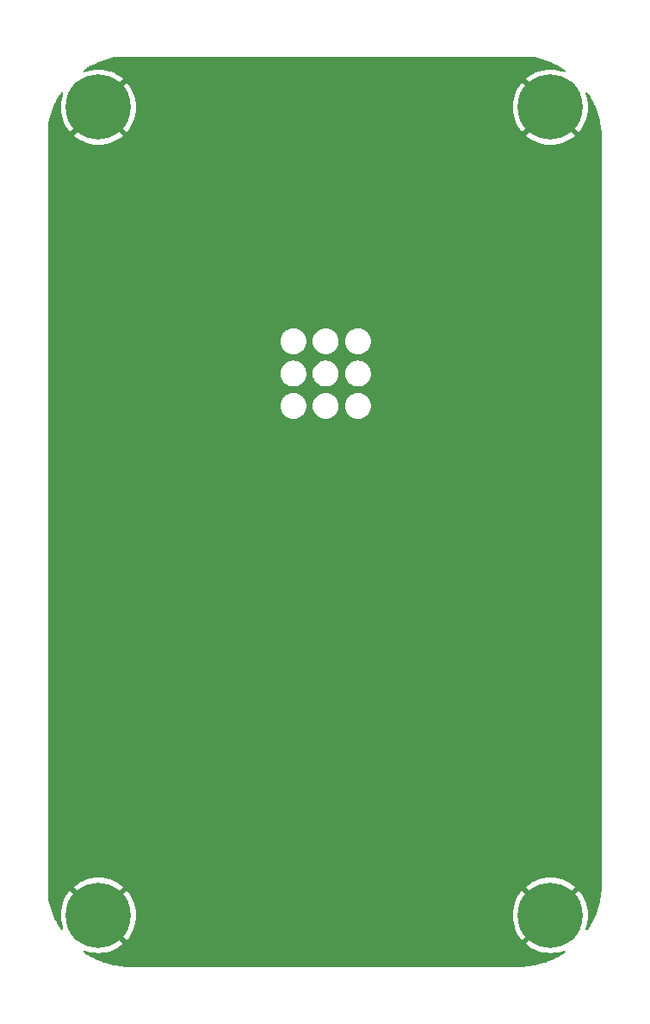
<source format=gbr>
G04 #@! TF.GenerationSoftware,KiCad,Pcbnew,7.0.5-unknown-202306101748~6fbdf8f0e2~ubuntu22.04.1*
G04 #@! TF.CreationDate,2023-07-16T12:43:12+01:00*
G04 #@! TF.ProjectId,back_panel,6261636b-5f70-4616-9e65-6c2e6b696361,rev?*
G04 #@! TF.SameCoordinates,Original*
G04 #@! TF.FileFunction,Copper,L2,Bot*
G04 #@! TF.FilePolarity,Positive*
%FSLAX46Y46*%
G04 Gerber Fmt 4.6, Leading zero omitted, Abs format (unit mm)*
G04 Created by KiCad (PCBNEW 7.0.5-unknown-202306101748~6fbdf8f0e2~ubuntu22.04.1) date 2023-07-16 12:43:12*
%MOMM*%
%LPD*%
G01*
G04 APERTURE LIST*
G04 #@! TA.AperFunction,ComponentPad*
%ADD10C,6.400000*%
G04 #@! TD*
G04 APERTURE END LIST*
D10*
X129417834Y-133227834D03*
X129417834Y-53852834D03*
X173867834Y-133227834D03*
X173867834Y-53852834D03*
G04 #@! TA.AperFunction,Conductor*
G36*
X172089918Y-48896801D02*
G01*
X172328282Y-48937900D01*
X172331794Y-48938613D01*
X172371015Y-48947758D01*
X172616691Y-49005042D01*
X172865122Y-49065584D01*
X172868384Y-49066475D01*
X173146254Y-49150766D01*
X173392211Y-49228830D01*
X173395227Y-49229876D01*
X173665758Y-49331697D01*
X173802774Y-49385729D01*
X173907152Y-49426891D01*
X173909982Y-49428089D01*
X174172465Y-49547018D01*
X174407754Y-49658918D01*
X174410333Y-49660220D01*
X174663930Y-49795770D01*
X174892853Y-49924487D01*
X175137921Y-50076880D01*
X175276299Y-50167642D01*
X175321558Y-50220868D01*
X175330857Y-50290116D01*
X175301242Y-50353399D01*
X175242114Y-50390624D01*
X175172248Y-50389974D01*
X175163851Y-50387091D01*
X175012770Y-50329096D01*
X174638164Y-50228721D01*
X174638157Y-50228720D01*
X174255121Y-50168053D01*
X173867835Y-50147756D01*
X173867833Y-50147756D01*
X173480546Y-50168053D01*
X173097510Y-50228720D01*
X173097503Y-50228721D01*
X172722897Y-50329096D01*
X172360839Y-50468078D01*
X172015290Y-50644144D01*
X171690040Y-50855365D01*
X171432482Y-51063929D01*
X171432482Y-51063930D01*
X172923653Y-52555100D01*
X172732964Y-52717964D01*
X172570101Y-52908652D01*
X171078930Y-51417482D01*
X171078929Y-51417482D01*
X170870365Y-51675040D01*
X170659144Y-52000290D01*
X170483078Y-52345839D01*
X170344096Y-52707897D01*
X170243721Y-53082503D01*
X170243720Y-53082510D01*
X170183053Y-53465546D01*
X170162756Y-53852833D01*
X170162756Y-53852834D01*
X170183053Y-54240121D01*
X170243720Y-54623157D01*
X170243721Y-54623164D01*
X170344096Y-54997770D01*
X170483078Y-55359828D01*
X170659144Y-55705377D01*
X170870365Y-56030627D01*
X171078929Y-56288184D01*
X171078930Y-56288184D01*
X172570100Y-54797014D01*
X172732964Y-54987704D01*
X172923653Y-55150567D01*
X171432482Y-56641737D01*
X171432483Y-56641738D01*
X171690040Y-56850302D01*
X172015290Y-57061523D01*
X172360839Y-57237589D01*
X172722897Y-57376571D01*
X173097503Y-57476946D01*
X173097510Y-57476947D01*
X173480546Y-57537614D01*
X173867833Y-57557912D01*
X173867835Y-57557912D01*
X174255121Y-57537614D01*
X174638157Y-57476947D01*
X174638164Y-57476946D01*
X175012770Y-57376571D01*
X175374828Y-57237589D01*
X175720377Y-57061523D01*
X176045617Y-56850310D01*
X176045619Y-56850309D01*
X176303183Y-56641736D01*
X174812014Y-55150567D01*
X175002704Y-54987704D01*
X175165567Y-54797014D01*
X176656736Y-56288183D01*
X176865309Y-56030619D01*
X176865310Y-56030617D01*
X177076523Y-55705377D01*
X177252589Y-55359828D01*
X177391571Y-54997770D01*
X177491946Y-54623164D01*
X177491947Y-54623157D01*
X177552614Y-54240121D01*
X177572912Y-53852834D01*
X177572912Y-53852833D01*
X177552614Y-53465546D01*
X177491947Y-53082510D01*
X177491946Y-53082503D01*
X177391571Y-52707897D01*
X177333562Y-52556779D01*
X177327914Y-52487138D01*
X177360814Y-52425499D01*
X177421815Y-52391431D01*
X177491551Y-52395752D01*
X177547881Y-52437089D01*
X177553009Y-52444327D01*
X177575439Y-52478524D01*
X177643807Y-52582760D01*
X177796197Y-52827820D01*
X177924898Y-53056712D01*
X178060478Y-53310362D01*
X178061780Y-53312942D01*
X178150400Y-53499281D01*
X178173661Y-53548191D01*
X178292593Y-53810678D01*
X178293797Y-53813521D01*
X178389001Y-54054939D01*
X178490795Y-54325395D01*
X178491864Y-54328479D01*
X178569927Y-54574428D01*
X178654208Y-54852258D01*
X178655115Y-54855577D01*
X178715640Y-55103939D01*
X178782083Y-55388891D01*
X178782802Y-55392436D01*
X178825509Y-55640122D01*
X178873843Y-55932865D01*
X178874346Y-55936624D01*
X178899037Y-56176778D01*
X178929079Y-56481787D01*
X178929341Y-56485752D01*
X178936155Y-56685468D01*
X178947334Y-57026888D01*
X178947334Y-130052834D01*
X178935842Y-130403811D01*
X178929312Y-130594904D01*
X178929049Y-130598865D01*
X178899011Y-130903858D01*
X178874318Y-131144042D01*
X178873815Y-131147802D01*
X178825489Y-131440503D01*
X178782775Y-131688233D01*
X178782056Y-131691777D01*
X178715625Y-131976690D01*
X178655094Y-132225076D01*
X178654187Y-132228395D01*
X178569904Y-132506240D01*
X178491845Y-132752178D01*
X178490776Y-132755262D01*
X178388976Y-133025738D01*
X178293776Y-133267146D01*
X178292572Y-133269989D01*
X178173646Y-133532464D01*
X178061766Y-133767711D01*
X178060455Y-133770309D01*
X177966265Y-133946528D01*
X177924877Y-134023961D01*
X177924868Y-134023977D01*
X177796193Y-134252823D01*
X177643765Y-134497945D01*
X177553036Y-134636273D01*
X177499808Y-134681534D01*
X177430560Y-134690833D01*
X177367277Y-134661218D01*
X177330052Y-134602090D01*
X177330702Y-134532224D01*
X177333585Y-134523827D01*
X177391571Y-134372770D01*
X177491946Y-133998164D01*
X177491947Y-133998157D01*
X177552614Y-133615121D01*
X177572912Y-133227834D01*
X177572912Y-133227833D01*
X177552614Y-132840546D01*
X177491947Y-132457510D01*
X177491946Y-132457503D01*
X177391571Y-132082897D01*
X177252589Y-131720839D01*
X177076523Y-131375290D01*
X176865302Y-131050040D01*
X176656738Y-130792483D01*
X176656737Y-130792482D01*
X175165567Y-132283652D01*
X175002704Y-132092964D01*
X174812014Y-131930100D01*
X176303184Y-130438930D01*
X176303184Y-130438929D01*
X176045627Y-130230365D01*
X175720377Y-130019144D01*
X175374828Y-129843078D01*
X175012770Y-129704096D01*
X174638164Y-129603721D01*
X174638157Y-129603720D01*
X174255121Y-129543053D01*
X173867835Y-129522756D01*
X173867833Y-129522756D01*
X173480546Y-129543053D01*
X173097510Y-129603720D01*
X173097503Y-129603721D01*
X172722897Y-129704096D01*
X172360839Y-129843078D01*
X172015290Y-130019144D01*
X171690040Y-130230365D01*
X171432482Y-130438929D01*
X171432482Y-130438930D01*
X172923653Y-131930100D01*
X172732964Y-132092964D01*
X172570100Y-132283652D01*
X171078930Y-130792482D01*
X171078929Y-130792482D01*
X170870365Y-131050040D01*
X170659144Y-131375290D01*
X170483078Y-131720839D01*
X170344096Y-132082897D01*
X170243721Y-132457503D01*
X170243720Y-132457510D01*
X170183053Y-132840546D01*
X170162756Y-133227833D01*
X170162756Y-133227834D01*
X170183053Y-133615121D01*
X170243720Y-133998157D01*
X170243721Y-133998164D01*
X170344096Y-134372770D01*
X170483078Y-134734828D01*
X170659144Y-135080377D01*
X170870365Y-135405627D01*
X171078929Y-135663184D01*
X171078930Y-135663184D01*
X172570100Y-134172014D01*
X172732964Y-134362704D01*
X172923653Y-134525567D01*
X171432482Y-136016737D01*
X171432483Y-136016738D01*
X171690040Y-136225302D01*
X172015290Y-136436523D01*
X172360839Y-136612589D01*
X172722897Y-136751571D01*
X173097503Y-136851946D01*
X173097510Y-136851947D01*
X173480546Y-136912614D01*
X173867833Y-136932912D01*
X173867835Y-136932912D01*
X174255121Y-136912614D01*
X174638157Y-136851947D01*
X174638164Y-136851946D01*
X175012770Y-136751571D01*
X175163827Y-136693585D01*
X175233468Y-136687937D01*
X175295107Y-136720836D01*
X175329175Y-136781838D01*
X175324854Y-136851574D01*
X175283518Y-136907904D01*
X175276273Y-136913036D01*
X175137945Y-137003765D01*
X174892823Y-137156193D01*
X174892802Y-137156205D01*
X174663962Y-137284875D01*
X174410309Y-137420455D01*
X174407711Y-137421766D01*
X174172464Y-137533646D01*
X173909989Y-137652572D01*
X173907146Y-137653776D01*
X173665738Y-137748976D01*
X173395262Y-137850776D01*
X173392178Y-137851845D01*
X173146240Y-137929904D01*
X172868395Y-138014187D01*
X172865076Y-138015094D01*
X172616690Y-138075625D01*
X172331777Y-138142056D01*
X172328233Y-138142775D01*
X172080503Y-138185489D01*
X171787802Y-138233815D01*
X171784042Y-138234318D01*
X171543858Y-138259011D01*
X171238865Y-138289049D01*
X171234904Y-138289312D01*
X171043811Y-138295842D01*
X170692834Y-138307334D01*
X132592834Y-138307334D01*
X132241951Y-138295848D01*
X132050758Y-138289317D01*
X132046797Y-138289055D01*
X131741723Y-138259009D01*
X131501635Y-138234328D01*
X131497875Y-138233825D01*
X131205139Y-138185495D01*
X130957426Y-138142786D01*
X130953881Y-138142067D01*
X130668939Y-138075629D01*
X130420596Y-138015109D01*
X130417278Y-138014202D01*
X130139361Y-137929899D01*
X129893504Y-137851868D01*
X129890420Y-137850799D01*
X129619891Y-137748980D01*
X129378521Y-137653796D01*
X129375678Y-137652592D01*
X129113185Y-137533659D01*
X128877950Y-137421786D01*
X128875351Y-137420474D01*
X128621694Y-137284892D01*
X128392825Y-137156205D01*
X128147740Y-137003802D01*
X128009303Y-136913000D01*
X127964042Y-136859772D01*
X127954743Y-136790524D01*
X127984359Y-136727242D01*
X128043486Y-136690017D01*
X128113353Y-136690667D01*
X128121749Y-136693550D01*
X128272897Y-136751571D01*
X128647503Y-136851946D01*
X128647510Y-136851947D01*
X129030546Y-136912614D01*
X129417833Y-136932912D01*
X129417835Y-136932912D01*
X129805121Y-136912614D01*
X130188157Y-136851947D01*
X130188164Y-136851946D01*
X130562770Y-136751571D01*
X130924828Y-136612589D01*
X131270377Y-136436523D01*
X131595617Y-136225310D01*
X131595619Y-136225309D01*
X131853183Y-136016736D01*
X130362014Y-134525567D01*
X130552704Y-134362704D01*
X130715567Y-134172014D01*
X132206736Y-135663183D01*
X132415309Y-135405619D01*
X132415310Y-135405617D01*
X132626523Y-135080377D01*
X132802589Y-134734828D01*
X132941571Y-134372770D01*
X133041946Y-133998164D01*
X133041947Y-133998157D01*
X133102614Y-133615121D01*
X133122912Y-133227834D01*
X133122912Y-133227833D01*
X133102614Y-132840546D01*
X133041947Y-132457510D01*
X133041946Y-132457503D01*
X132941571Y-132082897D01*
X132802589Y-131720839D01*
X132626523Y-131375290D01*
X132415302Y-131050040D01*
X132206738Y-130792483D01*
X132206737Y-130792482D01*
X130715566Y-132283652D01*
X130552704Y-132092964D01*
X130362014Y-131930100D01*
X131853184Y-130438930D01*
X131853184Y-130438929D01*
X131595627Y-130230365D01*
X131270377Y-130019144D01*
X130924828Y-129843078D01*
X130562770Y-129704096D01*
X130188164Y-129603721D01*
X130188157Y-129603720D01*
X129805121Y-129543053D01*
X129417835Y-129522756D01*
X129417833Y-129522756D01*
X129030546Y-129543053D01*
X128647510Y-129603720D01*
X128647503Y-129603721D01*
X128272897Y-129704096D01*
X127910839Y-129843078D01*
X127565290Y-130019144D01*
X127240040Y-130230365D01*
X126982482Y-130438929D01*
X126982482Y-130438930D01*
X128473653Y-131930100D01*
X128282964Y-132092964D01*
X128120100Y-132283653D01*
X126628930Y-130792482D01*
X126628929Y-130792482D01*
X126420365Y-131050040D01*
X126209144Y-131375290D01*
X126033078Y-131720839D01*
X125894096Y-132082897D01*
X125793721Y-132457503D01*
X125793720Y-132457510D01*
X125733053Y-132840546D01*
X125712756Y-133227833D01*
X125712756Y-133227834D01*
X125733053Y-133615121D01*
X125793720Y-133998157D01*
X125793721Y-133998164D01*
X125894096Y-134372770D01*
X125952102Y-134523880D01*
X125957750Y-134593521D01*
X125924850Y-134655161D01*
X125863848Y-134689228D01*
X125794112Y-134684907D01*
X125737783Y-134643570D01*
X125732651Y-134636325D01*
X125641883Y-134497936D01*
X125489482Y-134252855D01*
X125360783Y-134023961D01*
X125319394Y-133946528D01*
X125225202Y-133770304D01*
X125223908Y-133767739D01*
X125112029Y-133532489D01*
X125079981Y-133461756D01*
X124993088Y-133269977D01*
X124991892Y-133267152D01*
X124896709Y-133025782D01*
X124794875Y-132755211D01*
X124793840Y-132752225D01*
X124715793Y-132506319D01*
X124631488Y-132228395D01*
X124630587Y-132225098D01*
X124570069Y-131976756D01*
X124503623Y-131691777D01*
X124502909Y-131688250D01*
X124461803Y-131449828D01*
X124460000Y-131428760D01*
X124460000Y-83185002D01*
X147314647Y-83185002D01*
X147334021Y-83406457D01*
X147334022Y-83406465D01*
X147391558Y-83621191D01*
X147391559Y-83621193D01*
X147391560Y-83621196D01*
X147427701Y-83698700D01*
X147485511Y-83822676D01*
X147485513Y-83822679D01*
X147613023Y-84004781D01*
X147770219Y-84161977D01*
X147952323Y-84289488D01*
X148153804Y-84383440D01*
X148153811Y-84383442D01*
X148153814Y-84383443D01*
X148189313Y-84392955D01*
X148192422Y-84393875D01*
X148196745Y-84395279D01*
X148196755Y-84395283D01*
X148205158Y-84397200D01*
X148368537Y-84440978D01*
X148410378Y-84444638D01*
X148418778Y-84445957D01*
X148419179Y-84446049D01*
X148421917Y-84446674D01*
X148421939Y-84446678D01*
X148455563Y-84454351D01*
X148487475Y-84451383D01*
X148590000Y-84460353D01*
X148636024Y-84456326D01*
X148644186Y-84456154D01*
X148647093Y-84456285D01*
X148647098Y-84456284D01*
X148648448Y-84456345D01*
X148648461Y-84456345D01*
X148682036Y-84457853D01*
X148711627Y-84449712D01*
X148811463Y-84440978D01*
X148860183Y-84427923D01*
X148867886Y-84426377D01*
X148873173Y-84425661D01*
X148873175Y-84425660D01*
X148875724Y-84425315D01*
X148875742Y-84425312D01*
X148905510Y-84421279D01*
X148931954Y-84408692D01*
X149008600Y-84388154D01*
X149026186Y-84383443D01*
X149026188Y-84383442D01*
X149026196Y-84383440D01*
X149075821Y-84360299D01*
X149082841Y-84357534D01*
X149090150Y-84355160D01*
X149090156Y-84355156D01*
X149095442Y-84353439D01*
X149095454Y-84353435D01*
X149118940Y-84345803D01*
X149141599Y-84329626D01*
X149227677Y-84289488D01*
X149276124Y-84255564D01*
X149282284Y-84251768D01*
X149291053Y-84247050D01*
X149291056Y-84247047D01*
X149315587Y-84233847D01*
X149334028Y-84215019D01*
X149409781Y-84161977D01*
X149454779Y-84116978D01*
X149459935Y-84112370D01*
X149469423Y-84104805D01*
X149469424Y-84104802D01*
X149474636Y-84100647D01*
X149475654Y-84100231D01*
X149478146Y-84097849D01*
X149489298Y-84088955D01*
X149503294Y-84068463D01*
X149566977Y-84004781D01*
X149606105Y-83948901D01*
X149610196Y-83943676D01*
X149619528Y-83932996D01*
X149619531Y-83932990D01*
X149619709Y-83932787D01*
X149621954Y-83931356D01*
X149626873Y-83924586D01*
X149634621Y-83915717D01*
X149644165Y-83894544D01*
X149694488Y-83822677D01*
X149725324Y-83756548D01*
X149728270Y-83750991D01*
X149733608Y-83742057D01*
X149736634Y-83739257D01*
X149742270Y-83727556D01*
X149747005Y-83719630D01*
X149752296Y-83698706D01*
X149788440Y-83621196D01*
X149788440Y-83621194D01*
X149788442Y-83621191D01*
X149788442Y-83621190D01*
X149792272Y-83606892D01*
X149808583Y-83546021D01*
X149810406Y-83540337D01*
X149812697Y-83534233D01*
X149816010Y-83529827D01*
X149820628Y-83513097D01*
X149822953Y-83506902D01*
X149824384Y-83487051D01*
X149845976Y-83406469D01*
X149845977Y-83406465D01*
X149845978Y-83406463D01*
X149853198Y-83323930D01*
X149853951Y-83318317D01*
X149857444Y-83299072D01*
X149857444Y-83299067D01*
X149858311Y-83294291D01*
X149858314Y-83294269D01*
X149859694Y-83286660D01*
X149857998Y-83274304D01*
X149858112Y-83269216D01*
X149858326Y-83265314D01*
X149865353Y-83185002D01*
X150489647Y-83185002D01*
X150509021Y-83406457D01*
X150509022Y-83406465D01*
X150566558Y-83621191D01*
X150566559Y-83621193D01*
X150566560Y-83621196D01*
X150602701Y-83698700D01*
X150660511Y-83822676D01*
X150660513Y-83822679D01*
X150788023Y-84004781D01*
X150945219Y-84161977D01*
X151127323Y-84289488D01*
X151328804Y-84383440D01*
X151328811Y-84383442D01*
X151328814Y-84383443D01*
X151364313Y-84392955D01*
X151367422Y-84393875D01*
X151371745Y-84395279D01*
X151371755Y-84395283D01*
X151380158Y-84397200D01*
X151543537Y-84440978D01*
X151585378Y-84444638D01*
X151593778Y-84445957D01*
X151594179Y-84446049D01*
X151596917Y-84446674D01*
X151596939Y-84446678D01*
X151630563Y-84454351D01*
X151662475Y-84451383D01*
X151765000Y-84460353D01*
X151811024Y-84456326D01*
X151819186Y-84456154D01*
X151822093Y-84456285D01*
X151822098Y-84456284D01*
X151823448Y-84456345D01*
X151823461Y-84456345D01*
X151857036Y-84457853D01*
X151886627Y-84449712D01*
X151986463Y-84440978D01*
X152035183Y-84427923D01*
X152042886Y-84426377D01*
X152048173Y-84425661D01*
X152048175Y-84425660D01*
X152050724Y-84425315D01*
X152050742Y-84425312D01*
X152080510Y-84421279D01*
X152106954Y-84408692D01*
X152183600Y-84388154D01*
X152201186Y-84383443D01*
X152201188Y-84383442D01*
X152201196Y-84383440D01*
X152250821Y-84360299D01*
X152257841Y-84357534D01*
X152265150Y-84355160D01*
X152265156Y-84355156D01*
X152270442Y-84353439D01*
X152270454Y-84353435D01*
X152293940Y-84345803D01*
X152316599Y-84329626D01*
X152402677Y-84289488D01*
X152451124Y-84255564D01*
X152457284Y-84251768D01*
X152466053Y-84247050D01*
X152466056Y-84247047D01*
X152490587Y-84233847D01*
X152509028Y-84215019D01*
X152584781Y-84161977D01*
X152629779Y-84116978D01*
X152634935Y-84112370D01*
X152644423Y-84104805D01*
X152644424Y-84104802D01*
X152649636Y-84100647D01*
X152650654Y-84100231D01*
X152653146Y-84097849D01*
X152664298Y-84088955D01*
X152678294Y-84068463D01*
X152741977Y-84004781D01*
X152781105Y-83948901D01*
X152785196Y-83943676D01*
X152794528Y-83932996D01*
X152794531Y-83932990D01*
X152794709Y-83932787D01*
X152796954Y-83931356D01*
X152801873Y-83924586D01*
X152809621Y-83915717D01*
X152819165Y-83894544D01*
X152869488Y-83822677D01*
X152900324Y-83756548D01*
X152903270Y-83750991D01*
X152908608Y-83742057D01*
X152911634Y-83739257D01*
X152917270Y-83727556D01*
X152922005Y-83719630D01*
X152927296Y-83698706D01*
X152963440Y-83621196D01*
X152963440Y-83621194D01*
X152963442Y-83621191D01*
X152963442Y-83621190D01*
X152967272Y-83606892D01*
X152983583Y-83546021D01*
X152985406Y-83540337D01*
X152987697Y-83534233D01*
X152991010Y-83529827D01*
X152995628Y-83513097D01*
X152997953Y-83506902D01*
X152999384Y-83487051D01*
X153020976Y-83406469D01*
X153020977Y-83406465D01*
X153020978Y-83406463D01*
X153028198Y-83323930D01*
X153028951Y-83318317D01*
X153032444Y-83299072D01*
X153032444Y-83299067D01*
X153033311Y-83294291D01*
X153033314Y-83294269D01*
X153034694Y-83286660D01*
X153032998Y-83274304D01*
X153033112Y-83269216D01*
X153033326Y-83265314D01*
X153040353Y-83185002D01*
X153664647Y-83185002D01*
X153684021Y-83406457D01*
X153684022Y-83406465D01*
X153741558Y-83621191D01*
X153741559Y-83621193D01*
X153741560Y-83621196D01*
X153777701Y-83698700D01*
X153835511Y-83822676D01*
X153835513Y-83822679D01*
X153963023Y-84004781D01*
X154120219Y-84161977D01*
X154302323Y-84289488D01*
X154503804Y-84383440D01*
X154503811Y-84383442D01*
X154503814Y-84383443D01*
X154539313Y-84392955D01*
X154542422Y-84393875D01*
X154546745Y-84395279D01*
X154546755Y-84395283D01*
X154555158Y-84397200D01*
X154718537Y-84440978D01*
X154760378Y-84444638D01*
X154768778Y-84445957D01*
X154769179Y-84446049D01*
X154771917Y-84446674D01*
X154771939Y-84446678D01*
X154805563Y-84454351D01*
X154837475Y-84451383D01*
X154940000Y-84460353D01*
X154986024Y-84456326D01*
X154994186Y-84456154D01*
X154997093Y-84456285D01*
X154997098Y-84456284D01*
X154998448Y-84456345D01*
X154998461Y-84456345D01*
X155032036Y-84457853D01*
X155061627Y-84449712D01*
X155161463Y-84440978D01*
X155210183Y-84427923D01*
X155217886Y-84426377D01*
X155223173Y-84425661D01*
X155223175Y-84425660D01*
X155225724Y-84425315D01*
X155225742Y-84425312D01*
X155255510Y-84421279D01*
X155281954Y-84408692D01*
X155358600Y-84388154D01*
X155376186Y-84383443D01*
X155376188Y-84383442D01*
X155376196Y-84383440D01*
X155425821Y-84360299D01*
X155432841Y-84357534D01*
X155440150Y-84355160D01*
X155440156Y-84355156D01*
X155445442Y-84353439D01*
X155445454Y-84353435D01*
X155468940Y-84345803D01*
X155491599Y-84329626D01*
X155577677Y-84289488D01*
X155626124Y-84255564D01*
X155632284Y-84251768D01*
X155641053Y-84247050D01*
X155641056Y-84247047D01*
X155665587Y-84233847D01*
X155684028Y-84215019D01*
X155759781Y-84161977D01*
X155804779Y-84116978D01*
X155809935Y-84112370D01*
X155819423Y-84104805D01*
X155819424Y-84104802D01*
X155824636Y-84100647D01*
X155825654Y-84100231D01*
X155828146Y-84097849D01*
X155839298Y-84088955D01*
X155853294Y-84068463D01*
X155916977Y-84004781D01*
X155956105Y-83948901D01*
X155960196Y-83943676D01*
X155969528Y-83932996D01*
X155969531Y-83932990D01*
X155969709Y-83932787D01*
X155971954Y-83931356D01*
X155976873Y-83924586D01*
X155984621Y-83915717D01*
X155994165Y-83894544D01*
X156044488Y-83822677D01*
X156075324Y-83756548D01*
X156078270Y-83750991D01*
X156083608Y-83742057D01*
X156086634Y-83739257D01*
X156092270Y-83727556D01*
X156097005Y-83719630D01*
X156102296Y-83698706D01*
X156138440Y-83621196D01*
X156138440Y-83621194D01*
X156138442Y-83621191D01*
X156138442Y-83621190D01*
X156142272Y-83606892D01*
X156158583Y-83546021D01*
X156160406Y-83540337D01*
X156162697Y-83534233D01*
X156166010Y-83529827D01*
X156170628Y-83513097D01*
X156172953Y-83506902D01*
X156174384Y-83487051D01*
X156195976Y-83406469D01*
X156195977Y-83406465D01*
X156195978Y-83406463D01*
X156203198Y-83323930D01*
X156203951Y-83318317D01*
X156207444Y-83299072D01*
X156207444Y-83299067D01*
X156208311Y-83294291D01*
X156208314Y-83294269D01*
X156209694Y-83286660D01*
X156207998Y-83274304D01*
X156208112Y-83269216D01*
X156208326Y-83265314D01*
X156215353Y-83185000D01*
X156208326Y-83104690D01*
X156208112Y-83100780D01*
X156207999Y-83095697D01*
X156210353Y-83086969D01*
X156207746Y-83072600D01*
X156207741Y-83072568D01*
X156207444Y-83070932D01*
X156207444Y-83070928D01*
X156203951Y-83051682D01*
X156203198Y-83046069D01*
X156195978Y-82963537D01*
X156174383Y-82882944D01*
X156174742Y-82867863D01*
X156170629Y-82856905D01*
X156166892Y-82843363D01*
X156162686Y-82835736D01*
X156160410Y-82829671D01*
X156158572Y-82823938D01*
X156138442Y-82748811D01*
X156138439Y-82748802D01*
X156138438Y-82748800D01*
X156102296Y-82671294D01*
X156099838Y-82655109D01*
X156092267Y-82642437D01*
X156087728Y-82633013D01*
X156083606Y-82627938D01*
X156078279Y-82619022D01*
X156075309Y-82613419D01*
X156044488Y-82547324D01*
X156044487Y-82547322D01*
X155994166Y-82475456D01*
X155988534Y-82458757D01*
X155976872Y-82445409D01*
X155972927Y-82439979D01*
X155969715Y-82437217D01*
X155960193Y-82426318D01*
X155956100Y-82421093D01*
X155916977Y-82365219D01*
X155853295Y-82301537D01*
X155844268Y-82285005D01*
X155828145Y-82272148D01*
X155826158Y-82270248D01*
X155824641Y-82269354D01*
X155809944Y-82257634D01*
X155804754Y-82252996D01*
X155759782Y-82208023D01*
X155684029Y-82154981D01*
X155671536Y-82139352D01*
X155632297Y-82118237D01*
X155626110Y-82114424D01*
X155577682Y-82080515D01*
X155577680Y-82080514D01*
X155577679Y-82080513D01*
X155577677Y-82080512D01*
X155491599Y-82040373D01*
X155475732Y-82026402D01*
X155445007Y-82016418D01*
X155444998Y-82016416D01*
X155432844Y-82012465D01*
X155425801Y-82009690D01*
X155376195Y-81986559D01*
X155281952Y-81961307D01*
X155262955Y-81949728D01*
X155224197Y-81944477D01*
X155217891Y-81943622D01*
X155210165Y-81942070D01*
X155161467Y-81929023D01*
X155161465Y-81929022D01*
X155161463Y-81929022D01*
X155161461Y-81929021D01*
X155161457Y-81929021D01*
X155061623Y-81920287D01*
X155039904Y-81911791D01*
X154994190Y-81913844D01*
X154985998Y-81913670D01*
X154940004Y-81909647D01*
X154939998Y-81909647D01*
X154837463Y-81918617D01*
X154813582Y-81913817D01*
X154769180Y-81923950D01*
X154769179Y-81923951D01*
X154768786Y-81924040D01*
X154760391Y-81925359D01*
X154718540Y-81929021D01*
X154718534Y-81929022D01*
X154555172Y-81972796D01*
X154546744Y-81974719D01*
X154542408Y-81976127D01*
X154539315Y-81977043D01*
X154503806Y-81986558D01*
X154503803Y-81986559D01*
X154302323Y-82080512D01*
X154302319Y-82080514D01*
X154120217Y-82208023D01*
X153963023Y-82365217D01*
X153835514Y-82547319D01*
X153835512Y-82547323D01*
X153741561Y-82748800D01*
X153684022Y-82963535D01*
X153684021Y-82963542D01*
X153664647Y-83184997D01*
X153664647Y-83185002D01*
X153040353Y-83185002D01*
X153040353Y-83185000D01*
X153033326Y-83104690D01*
X153033112Y-83100780D01*
X153032999Y-83095697D01*
X153035353Y-83086969D01*
X153032746Y-83072600D01*
X153032741Y-83072568D01*
X153032444Y-83070932D01*
X153032444Y-83070928D01*
X153028951Y-83051682D01*
X153028198Y-83046069D01*
X153020978Y-82963537D01*
X152999383Y-82882944D01*
X152999742Y-82867863D01*
X152995629Y-82856905D01*
X152991892Y-82843363D01*
X152987686Y-82835736D01*
X152985410Y-82829671D01*
X152983572Y-82823938D01*
X152963442Y-82748811D01*
X152963439Y-82748802D01*
X152963438Y-82748800D01*
X152927296Y-82671294D01*
X152924838Y-82655109D01*
X152917267Y-82642437D01*
X152912728Y-82633013D01*
X152908606Y-82627938D01*
X152903279Y-82619022D01*
X152900309Y-82613419D01*
X152869488Y-82547324D01*
X152869487Y-82547322D01*
X152819166Y-82475456D01*
X152813534Y-82458757D01*
X152801872Y-82445409D01*
X152797927Y-82439979D01*
X152794715Y-82437217D01*
X152785193Y-82426318D01*
X152781100Y-82421093D01*
X152741977Y-82365219D01*
X152678295Y-82301537D01*
X152669268Y-82285005D01*
X152653145Y-82272148D01*
X152651158Y-82270248D01*
X152649641Y-82269354D01*
X152634944Y-82257634D01*
X152629754Y-82252996D01*
X152584782Y-82208023D01*
X152509029Y-82154981D01*
X152496536Y-82139352D01*
X152457297Y-82118237D01*
X152451110Y-82114424D01*
X152402682Y-82080515D01*
X152402680Y-82080514D01*
X152402679Y-82080513D01*
X152402677Y-82080512D01*
X152316599Y-82040373D01*
X152300732Y-82026402D01*
X152270007Y-82016418D01*
X152269998Y-82016416D01*
X152257844Y-82012465D01*
X152250801Y-82009690D01*
X152201195Y-81986559D01*
X152106952Y-81961307D01*
X152087955Y-81949728D01*
X152049197Y-81944477D01*
X152042891Y-81943622D01*
X152035165Y-81942070D01*
X151986467Y-81929023D01*
X151986465Y-81929022D01*
X151986463Y-81929022D01*
X151986461Y-81929021D01*
X151986457Y-81929021D01*
X151886623Y-81920287D01*
X151864904Y-81911791D01*
X151819190Y-81913844D01*
X151810998Y-81913670D01*
X151765004Y-81909647D01*
X151764998Y-81909647D01*
X151662463Y-81918617D01*
X151638582Y-81913817D01*
X151594180Y-81923950D01*
X151594179Y-81923951D01*
X151593786Y-81924040D01*
X151585391Y-81925359D01*
X151543540Y-81929021D01*
X151543534Y-81929022D01*
X151380172Y-81972796D01*
X151371744Y-81974719D01*
X151367408Y-81976127D01*
X151364315Y-81977043D01*
X151328806Y-81986558D01*
X151328803Y-81986559D01*
X151127323Y-82080512D01*
X151127319Y-82080514D01*
X150945217Y-82208023D01*
X150788023Y-82365217D01*
X150660514Y-82547319D01*
X150660512Y-82547323D01*
X150566561Y-82748800D01*
X150509022Y-82963535D01*
X150509021Y-82963542D01*
X150489647Y-83184997D01*
X150489647Y-83185002D01*
X149865353Y-83185002D01*
X149865353Y-83185000D01*
X149858326Y-83104690D01*
X149858112Y-83100780D01*
X149857999Y-83095697D01*
X149860353Y-83086969D01*
X149857746Y-83072600D01*
X149857741Y-83072568D01*
X149857444Y-83070932D01*
X149857444Y-83070928D01*
X149853951Y-83051682D01*
X149853198Y-83046069D01*
X149845978Y-82963537D01*
X149824383Y-82882944D01*
X149824742Y-82867863D01*
X149820629Y-82856905D01*
X149816892Y-82843363D01*
X149812686Y-82835736D01*
X149810410Y-82829671D01*
X149808572Y-82823938D01*
X149788442Y-82748811D01*
X149788439Y-82748802D01*
X149788438Y-82748800D01*
X149752296Y-82671294D01*
X149749838Y-82655109D01*
X149742267Y-82642437D01*
X149737728Y-82633013D01*
X149733606Y-82627938D01*
X149728279Y-82619022D01*
X149725309Y-82613419D01*
X149694488Y-82547324D01*
X149694487Y-82547322D01*
X149644166Y-82475456D01*
X149638534Y-82458757D01*
X149626872Y-82445409D01*
X149622927Y-82439979D01*
X149619715Y-82437217D01*
X149610193Y-82426318D01*
X149606100Y-82421093D01*
X149566977Y-82365219D01*
X149503295Y-82301537D01*
X149494268Y-82285005D01*
X149478145Y-82272148D01*
X149476158Y-82270248D01*
X149474641Y-82269354D01*
X149459944Y-82257634D01*
X149454754Y-82252996D01*
X149409782Y-82208023D01*
X149334029Y-82154981D01*
X149321536Y-82139352D01*
X149282297Y-82118237D01*
X149276110Y-82114424D01*
X149227682Y-82080515D01*
X149227680Y-82080514D01*
X149227679Y-82080513D01*
X149227677Y-82080512D01*
X149141599Y-82040373D01*
X149125732Y-82026402D01*
X149095007Y-82016418D01*
X149094998Y-82016416D01*
X149082844Y-82012465D01*
X149075801Y-82009690D01*
X149026195Y-81986559D01*
X148931952Y-81961307D01*
X148912955Y-81949728D01*
X148874197Y-81944477D01*
X148867891Y-81943622D01*
X148860165Y-81942070D01*
X148811467Y-81929023D01*
X148811465Y-81929022D01*
X148811463Y-81929022D01*
X148811461Y-81929021D01*
X148811457Y-81929021D01*
X148711623Y-81920287D01*
X148689904Y-81911791D01*
X148644190Y-81913844D01*
X148635998Y-81913670D01*
X148590004Y-81909647D01*
X148589998Y-81909647D01*
X148487463Y-81918617D01*
X148463582Y-81913817D01*
X148419180Y-81923950D01*
X148419179Y-81923951D01*
X148418786Y-81924040D01*
X148410391Y-81925359D01*
X148368540Y-81929021D01*
X148368534Y-81929022D01*
X148205172Y-81972796D01*
X148196744Y-81974719D01*
X148192408Y-81976127D01*
X148189315Y-81977043D01*
X148153806Y-81986558D01*
X148153803Y-81986559D01*
X147952323Y-82080512D01*
X147952319Y-82080514D01*
X147770217Y-82208023D01*
X147613023Y-82365217D01*
X147485514Y-82547319D01*
X147485512Y-82547323D01*
X147391561Y-82748800D01*
X147334022Y-82963535D01*
X147334021Y-82963542D01*
X147314647Y-83184997D01*
X147314647Y-83185002D01*
X124460000Y-83185002D01*
X124460000Y-80010002D01*
X147314647Y-80010002D01*
X147334021Y-80231457D01*
X147334022Y-80231465D01*
X147391558Y-80446191D01*
X147391559Y-80446193D01*
X147391560Y-80446196D01*
X147427701Y-80523700D01*
X147485511Y-80647676D01*
X147485513Y-80647679D01*
X147613023Y-80829781D01*
X147770219Y-80986977D01*
X147952323Y-81114488D01*
X148153804Y-81208440D01*
X148153811Y-81208442D01*
X148153814Y-81208443D01*
X148189313Y-81217955D01*
X148192422Y-81218875D01*
X148196745Y-81220279D01*
X148196755Y-81220283D01*
X148205158Y-81222200D01*
X148368537Y-81265978D01*
X148410378Y-81269638D01*
X148418778Y-81270957D01*
X148419179Y-81271049D01*
X148421917Y-81271674D01*
X148421939Y-81271678D01*
X148455563Y-81279351D01*
X148487475Y-81276383D01*
X148590000Y-81285353D01*
X148636024Y-81281326D01*
X148644186Y-81281154D01*
X148647093Y-81281285D01*
X148647098Y-81281284D01*
X148648448Y-81281345D01*
X148648461Y-81281345D01*
X148682036Y-81282853D01*
X148711627Y-81274712D01*
X148811463Y-81265978D01*
X148860183Y-81252923D01*
X148867886Y-81251377D01*
X148873173Y-81250661D01*
X148873175Y-81250660D01*
X148875724Y-81250315D01*
X148875742Y-81250312D01*
X148905510Y-81246279D01*
X148931954Y-81233692D01*
X149008600Y-81213154D01*
X149026186Y-81208443D01*
X149026188Y-81208442D01*
X149026196Y-81208440D01*
X149075821Y-81185299D01*
X149082841Y-81182534D01*
X149090150Y-81180160D01*
X149090156Y-81180156D01*
X149095442Y-81178439D01*
X149095454Y-81178435D01*
X149118940Y-81170803D01*
X149141599Y-81154626D01*
X149227677Y-81114488D01*
X149276124Y-81080564D01*
X149282284Y-81076768D01*
X149291053Y-81072050D01*
X149291056Y-81072047D01*
X149315587Y-81058847D01*
X149334028Y-81040019D01*
X149409781Y-80986977D01*
X149454779Y-80941978D01*
X149459935Y-80937370D01*
X149469423Y-80929805D01*
X149469424Y-80929802D01*
X149474636Y-80925647D01*
X149475654Y-80925231D01*
X149478146Y-80922849D01*
X149489298Y-80913955D01*
X149503294Y-80893463D01*
X149566977Y-80829781D01*
X149606105Y-80773901D01*
X149610196Y-80768676D01*
X149619528Y-80757996D01*
X149619531Y-80757990D01*
X149619709Y-80757787D01*
X149621954Y-80756356D01*
X149626873Y-80749586D01*
X149634621Y-80740717D01*
X149644165Y-80719544D01*
X149694488Y-80647677D01*
X149725324Y-80581548D01*
X149728270Y-80575991D01*
X149733608Y-80567057D01*
X149736634Y-80564257D01*
X149742270Y-80552556D01*
X149747005Y-80544630D01*
X149752296Y-80523706D01*
X149788440Y-80446196D01*
X149788440Y-80446194D01*
X149788442Y-80446191D01*
X149788442Y-80446190D01*
X149792272Y-80431892D01*
X149808583Y-80371021D01*
X149810406Y-80365337D01*
X149812697Y-80359233D01*
X149816010Y-80354827D01*
X149820628Y-80338097D01*
X149822953Y-80331902D01*
X149824384Y-80312051D01*
X149845976Y-80231469D01*
X149845977Y-80231465D01*
X149845978Y-80231463D01*
X149853198Y-80148930D01*
X149853951Y-80143317D01*
X149857444Y-80124072D01*
X149857444Y-80124067D01*
X149858311Y-80119291D01*
X149858314Y-80119269D01*
X149859694Y-80111660D01*
X149857998Y-80099304D01*
X149858112Y-80094216D01*
X149858326Y-80090314D01*
X149865353Y-80010002D01*
X150489647Y-80010002D01*
X150509021Y-80231457D01*
X150509022Y-80231465D01*
X150566558Y-80446191D01*
X150566559Y-80446193D01*
X150566560Y-80446196D01*
X150602701Y-80523700D01*
X150660511Y-80647676D01*
X150660513Y-80647679D01*
X150788023Y-80829781D01*
X150945219Y-80986977D01*
X151127323Y-81114488D01*
X151328804Y-81208440D01*
X151328811Y-81208442D01*
X151328814Y-81208443D01*
X151364313Y-81217955D01*
X151367422Y-81218875D01*
X151371745Y-81220279D01*
X151371755Y-81220283D01*
X151380158Y-81222200D01*
X151543537Y-81265978D01*
X151585378Y-81269638D01*
X151593778Y-81270957D01*
X151594179Y-81271049D01*
X151596917Y-81271674D01*
X151596939Y-81271678D01*
X151630563Y-81279351D01*
X151662475Y-81276383D01*
X151765000Y-81285353D01*
X151811024Y-81281326D01*
X151819186Y-81281154D01*
X151822093Y-81281285D01*
X151822098Y-81281284D01*
X151823448Y-81281345D01*
X151823461Y-81281345D01*
X151857036Y-81282853D01*
X151886627Y-81274712D01*
X151986463Y-81265978D01*
X152035183Y-81252923D01*
X152042886Y-81251377D01*
X152048173Y-81250661D01*
X152048175Y-81250660D01*
X152050724Y-81250315D01*
X152050742Y-81250312D01*
X152080510Y-81246279D01*
X152106954Y-81233692D01*
X152183600Y-81213154D01*
X152201186Y-81208443D01*
X152201188Y-81208442D01*
X152201196Y-81208440D01*
X152250821Y-81185299D01*
X152257841Y-81182534D01*
X152265150Y-81180160D01*
X152265156Y-81180156D01*
X152270442Y-81178439D01*
X152270454Y-81178435D01*
X152293940Y-81170803D01*
X152316599Y-81154626D01*
X152402677Y-81114488D01*
X152451124Y-81080564D01*
X152457284Y-81076768D01*
X152466053Y-81072050D01*
X152466056Y-81072047D01*
X152490587Y-81058847D01*
X152509028Y-81040019D01*
X152584781Y-80986977D01*
X152629779Y-80941978D01*
X152634935Y-80937370D01*
X152644423Y-80929805D01*
X152644424Y-80929802D01*
X152649636Y-80925647D01*
X152650654Y-80925231D01*
X152653146Y-80922849D01*
X152664298Y-80913955D01*
X152678294Y-80893463D01*
X152741977Y-80829781D01*
X152781105Y-80773901D01*
X152785196Y-80768676D01*
X152794528Y-80757996D01*
X152794531Y-80757990D01*
X152794709Y-80757787D01*
X152796954Y-80756356D01*
X152801873Y-80749586D01*
X152809621Y-80740717D01*
X152819165Y-80719544D01*
X152869488Y-80647677D01*
X152900324Y-80581548D01*
X152903270Y-80575991D01*
X152908608Y-80567057D01*
X152911634Y-80564257D01*
X152917270Y-80552556D01*
X152922005Y-80544630D01*
X152927296Y-80523706D01*
X152963440Y-80446196D01*
X152963440Y-80446194D01*
X152963442Y-80446191D01*
X152963442Y-80446190D01*
X152967272Y-80431892D01*
X152983583Y-80371021D01*
X152985406Y-80365337D01*
X152987697Y-80359233D01*
X152991010Y-80354827D01*
X152995628Y-80338097D01*
X152997953Y-80331902D01*
X152999384Y-80312051D01*
X153020976Y-80231469D01*
X153020977Y-80231465D01*
X153020978Y-80231463D01*
X153028198Y-80148930D01*
X153028951Y-80143317D01*
X153032444Y-80124072D01*
X153032444Y-80124067D01*
X153033311Y-80119291D01*
X153033314Y-80119269D01*
X153034694Y-80111660D01*
X153032998Y-80099304D01*
X153033112Y-80094216D01*
X153033326Y-80090314D01*
X153040353Y-80010002D01*
X153664647Y-80010002D01*
X153684021Y-80231457D01*
X153684022Y-80231465D01*
X153741558Y-80446191D01*
X153741559Y-80446193D01*
X153741560Y-80446196D01*
X153777701Y-80523700D01*
X153835511Y-80647676D01*
X153835513Y-80647679D01*
X153963023Y-80829781D01*
X154120219Y-80986977D01*
X154302323Y-81114488D01*
X154503804Y-81208440D01*
X154503811Y-81208442D01*
X154503814Y-81208443D01*
X154539313Y-81217955D01*
X154542422Y-81218875D01*
X154546745Y-81220279D01*
X154546755Y-81220283D01*
X154555158Y-81222200D01*
X154718537Y-81265978D01*
X154760378Y-81269638D01*
X154768778Y-81270957D01*
X154769179Y-81271049D01*
X154771917Y-81271674D01*
X154771939Y-81271678D01*
X154805563Y-81279351D01*
X154837475Y-81276383D01*
X154940000Y-81285353D01*
X154986024Y-81281326D01*
X154994186Y-81281154D01*
X154997093Y-81281285D01*
X154997098Y-81281284D01*
X154998448Y-81281345D01*
X154998461Y-81281345D01*
X155032036Y-81282853D01*
X155061627Y-81274712D01*
X155161463Y-81265978D01*
X155210183Y-81252923D01*
X155217886Y-81251377D01*
X155223173Y-81250661D01*
X155223175Y-81250660D01*
X155225724Y-81250315D01*
X155225742Y-81250312D01*
X155255510Y-81246279D01*
X155281954Y-81233692D01*
X155358600Y-81213154D01*
X155376186Y-81208443D01*
X155376188Y-81208442D01*
X155376196Y-81208440D01*
X155425821Y-81185299D01*
X155432841Y-81182534D01*
X155440150Y-81180160D01*
X155440156Y-81180156D01*
X155445442Y-81178439D01*
X155445454Y-81178435D01*
X155468940Y-81170803D01*
X155491599Y-81154626D01*
X155577677Y-81114488D01*
X155626124Y-81080564D01*
X155632284Y-81076768D01*
X155641053Y-81072050D01*
X155641056Y-81072047D01*
X155665587Y-81058847D01*
X155684028Y-81040019D01*
X155759781Y-80986977D01*
X155804779Y-80941978D01*
X155809935Y-80937370D01*
X155819423Y-80929805D01*
X155819424Y-80929802D01*
X155824636Y-80925647D01*
X155825654Y-80925231D01*
X155828146Y-80922849D01*
X155839298Y-80913955D01*
X155853294Y-80893463D01*
X155916977Y-80829781D01*
X155956105Y-80773901D01*
X155960196Y-80768676D01*
X155969528Y-80757996D01*
X155969531Y-80757990D01*
X155969709Y-80757787D01*
X155971954Y-80756356D01*
X155976873Y-80749586D01*
X155984621Y-80740717D01*
X155994165Y-80719544D01*
X156044488Y-80647677D01*
X156075324Y-80581548D01*
X156078270Y-80575991D01*
X156083608Y-80567057D01*
X156086634Y-80564257D01*
X156092270Y-80552556D01*
X156097005Y-80544630D01*
X156102296Y-80523706D01*
X156138440Y-80446196D01*
X156138440Y-80446194D01*
X156138442Y-80446191D01*
X156138442Y-80446190D01*
X156142272Y-80431892D01*
X156158583Y-80371021D01*
X156160406Y-80365337D01*
X156162697Y-80359233D01*
X156166010Y-80354827D01*
X156170628Y-80338097D01*
X156172953Y-80331902D01*
X156174384Y-80312051D01*
X156195976Y-80231469D01*
X156195977Y-80231465D01*
X156195978Y-80231463D01*
X156203198Y-80148930D01*
X156203951Y-80143317D01*
X156207444Y-80124072D01*
X156207444Y-80124067D01*
X156208311Y-80119291D01*
X156208314Y-80119269D01*
X156209694Y-80111660D01*
X156207998Y-80099304D01*
X156208112Y-80094216D01*
X156208326Y-80090314D01*
X156215353Y-80010000D01*
X156208326Y-79929690D01*
X156208112Y-79925780D01*
X156207999Y-79920697D01*
X156210353Y-79911969D01*
X156207746Y-79897600D01*
X156207741Y-79897568D01*
X156207444Y-79895932D01*
X156207444Y-79895928D01*
X156203951Y-79876682D01*
X156203198Y-79871069D01*
X156195978Y-79788537D01*
X156174383Y-79707944D01*
X156174742Y-79692863D01*
X156170629Y-79681905D01*
X156166892Y-79668363D01*
X156162686Y-79660736D01*
X156160410Y-79654671D01*
X156158572Y-79648938D01*
X156138442Y-79573811D01*
X156138439Y-79573802D01*
X156138438Y-79573800D01*
X156102296Y-79496294D01*
X156099838Y-79480109D01*
X156092267Y-79467437D01*
X156087728Y-79458013D01*
X156083606Y-79452938D01*
X156078279Y-79444022D01*
X156075309Y-79438419D01*
X156044488Y-79372324D01*
X156044487Y-79372322D01*
X155994166Y-79300456D01*
X155988534Y-79283757D01*
X155976872Y-79270409D01*
X155972927Y-79264979D01*
X155969715Y-79262217D01*
X155960193Y-79251318D01*
X155956100Y-79246093D01*
X155916977Y-79190219D01*
X155853295Y-79126537D01*
X155844268Y-79110005D01*
X155828145Y-79097148D01*
X155826158Y-79095248D01*
X155824641Y-79094354D01*
X155809944Y-79082634D01*
X155804754Y-79077996D01*
X155759782Y-79033023D01*
X155684029Y-78979981D01*
X155671536Y-78964352D01*
X155632297Y-78943237D01*
X155626110Y-78939424D01*
X155577682Y-78905515D01*
X155577680Y-78905514D01*
X155577679Y-78905513D01*
X155577677Y-78905512D01*
X155491599Y-78865373D01*
X155475732Y-78851402D01*
X155445007Y-78841418D01*
X155444998Y-78841416D01*
X155432844Y-78837465D01*
X155425801Y-78834690D01*
X155376195Y-78811559D01*
X155281952Y-78786307D01*
X155262955Y-78774728D01*
X155224197Y-78769477D01*
X155217891Y-78768622D01*
X155210165Y-78767070D01*
X155161467Y-78754023D01*
X155161465Y-78754022D01*
X155161463Y-78754022D01*
X155161461Y-78754021D01*
X155161457Y-78754021D01*
X155061623Y-78745287D01*
X155039904Y-78736791D01*
X154994190Y-78738844D01*
X154985998Y-78738670D01*
X154940004Y-78734647D01*
X154939998Y-78734647D01*
X154837463Y-78743617D01*
X154813582Y-78738817D01*
X154769180Y-78748950D01*
X154769179Y-78748951D01*
X154768786Y-78749040D01*
X154760391Y-78750359D01*
X154718540Y-78754021D01*
X154718534Y-78754022D01*
X154555172Y-78797796D01*
X154546744Y-78799719D01*
X154542408Y-78801127D01*
X154539315Y-78802043D01*
X154503806Y-78811558D01*
X154503803Y-78811559D01*
X154302323Y-78905512D01*
X154302319Y-78905514D01*
X154120217Y-79033023D01*
X153963023Y-79190217D01*
X153835514Y-79372319D01*
X153835512Y-79372323D01*
X153741561Y-79573800D01*
X153684022Y-79788535D01*
X153684021Y-79788542D01*
X153664647Y-80009997D01*
X153664647Y-80010002D01*
X153040353Y-80010002D01*
X153040353Y-80010000D01*
X153033326Y-79929690D01*
X153033112Y-79925780D01*
X153032999Y-79920697D01*
X153035353Y-79911969D01*
X153032746Y-79897600D01*
X153032741Y-79897568D01*
X153032444Y-79895932D01*
X153032444Y-79895928D01*
X153028951Y-79876682D01*
X153028198Y-79871069D01*
X153020978Y-79788537D01*
X152999383Y-79707944D01*
X152999742Y-79692863D01*
X152995629Y-79681905D01*
X152991892Y-79668363D01*
X152987686Y-79660736D01*
X152985410Y-79654671D01*
X152983572Y-79648938D01*
X152963442Y-79573811D01*
X152963439Y-79573802D01*
X152963438Y-79573800D01*
X152927296Y-79496294D01*
X152924838Y-79480109D01*
X152917267Y-79467437D01*
X152912728Y-79458013D01*
X152908606Y-79452938D01*
X152903279Y-79444022D01*
X152900309Y-79438419D01*
X152869488Y-79372324D01*
X152869487Y-79372322D01*
X152819166Y-79300456D01*
X152813534Y-79283757D01*
X152801872Y-79270409D01*
X152797927Y-79264979D01*
X152794715Y-79262217D01*
X152785193Y-79251318D01*
X152781100Y-79246093D01*
X152741977Y-79190219D01*
X152678295Y-79126537D01*
X152669268Y-79110005D01*
X152653145Y-79097148D01*
X152651158Y-79095248D01*
X152649641Y-79094354D01*
X152634944Y-79082634D01*
X152629754Y-79077996D01*
X152584782Y-79033023D01*
X152509029Y-78979981D01*
X152496536Y-78964352D01*
X152457297Y-78943237D01*
X152451110Y-78939424D01*
X152402682Y-78905515D01*
X152402680Y-78905514D01*
X152402679Y-78905513D01*
X152402677Y-78905512D01*
X152316599Y-78865373D01*
X152300732Y-78851402D01*
X152270007Y-78841418D01*
X152269998Y-78841416D01*
X152257844Y-78837465D01*
X152250801Y-78834690D01*
X152201195Y-78811559D01*
X152106952Y-78786307D01*
X152087955Y-78774728D01*
X152049197Y-78769477D01*
X152042891Y-78768622D01*
X152035165Y-78767070D01*
X151986467Y-78754023D01*
X151986465Y-78754022D01*
X151986463Y-78754022D01*
X151986461Y-78754021D01*
X151986457Y-78754021D01*
X151886623Y-78745287D01*
X151864904Y-78736791D01*
X151819190Y-78738844D01*
X151810998Y-78738670D01*
X151765004Y-78734647D01*
X151764998Y-78734647D01*
X151662463Y-78743617D01*
X151638582Y-78738817D01*
X151594180Y-78748950D01*
X151594179Y-78748951D01*
X151593786Y-78749040D01*
X151585391Y-78750359D01*
X151543540Y-78754021D01*
X151543534Y-78754022D01*
X151380172Y-78797796D01*
X151371744Y-78799719D01*
X151367408Y-78801127D01*
X151364315Y-78802043D01*
X151328806Y-78811558D01*
X151328803Y-78811559D01*
X151127323Y-78905512D01*
X151127319Y-78905514D01*
X150945217Y-79033023D01*
X150788023Y-79190217D01*
X150660514Y-79372319D01*
X150660512Y-79372323D01*
X150566561Y-79573800D01*
X150509022Y-79788535D01*
X150509021Y-79788542D01*
X150489647Y-80009997D01*
X150489647Y-80010002D01*
X149865353Y-80010002D01*
X149865353Y-80010000D01*
X149858326Y-79929690D01*
X149858112Y-79925780D01*
X149857999Y-79920697D01*
X149860353Y-79911969D01*
X149857746Y-79897600D01*
X149857741Y-79897568D01*
X149857444Y-79895932D01*
X149857444Y-79895928D01*
X149853951Y-79876682D01*
X149853198Y-79871069D01*
X149845978Y-79788537D01*
X149824383Y-79707944D01*
X149824742Y-79692863D01*
X149820629Y-79681905D01*
X149816892Y-79668363D01*
X149812686Y-79660736D01*
X149810410Y-79654671D01*
X149808572Y-79648938D01*
X149788442Y-79573811D01*
X149788439Y-79573802D01*
X149788438Y-79573800D01*
X149752296Y-79496294D01*
X149749838Y-79480109D01*
X149742267Y-79467437D01*
X149737728Y-79458013D01*
X149733606Y-79452938D01*
X149728279Y-79444022D01*
X149725309Y-79438419D01*
X149694488Y-79372324D01*
X149694487Y-79372322D01*
X149644166Y-79300456D01*
X149638534Y-79283757D01*
X149626872Y-79270409D01*
X149622927Y-79264979D01*
X149619715Y-79262217D01*
X149610193Y-79251318D01*
X149606100Y-79246093D01*
X149566977Y-79190219D01*
X149503295Y-79126537D01*
X149494268Y-79110005D01*
X149478145Y-79097148D01*
X149476158Y-79095248D01*
X149474641Y-79094354D01*
X149459944Y-79082634D01*
X149454754Y-79077996D01*
X149409782Y-79033023D01*
X149334029Y-78979981D01*
X149321536Y-78964352D01*
X149282297Y-78943237D01*
X149276110Y-78939424D01*
X149227682Y-78905515D01*
X149227680Y-78905514D01*
X149227679Y-78905513D01*
X149227677Y-78905512D01*
X149141599Y-78865373D01*
X149125732Y-78851402D01*
X149095007Y-78841418D01*
X149094998Y-78841416D01*
X149082844Y-78837465D01*
X149075801Y-78834690D01*
X149026195Y-78811559D01*
X148931952Y-78786307D01*
X148912955Y-78774728D01*
X148874197Y-78769477D01*
X148867891Y-78768622D01*
X148860165Y-78767070D01*
X148811467Y-78754023D01*
X148811465Y-78754022D01*
X148811463Y-78754022D01*
X148811461Y-78754021D01*
X148811457Y-78754021D01*
X148711623Y-78745287D01*
X148689904Y-78736791D01*
X148644190Y-78738844D01*
X148635998Y-78738670D01*
X148590004Y-78734647D01*
X148589998Y-78734647D01*
X148487463Y-78743617D01*
X148463582Y-78738817D01*
X148419180Y-78748950D01*
X148419179Y-78748951D01*
X148418786Y-78749040D01*
X148410391Y-78750359D01*
X148368540Y-78754021D01*
X148368534Y-78754022D01*
X148205172Y-78797796D01*
X148196744Y-78799719D01*
X148192408Y-78801127D01*
X148189315Y-78802043D01*
X148153806Y-78811558D01*
X148153803Y-78811559D01*
X147952323Y-78905512D01*
X147952319Y-78905514D01*
X147770217Y-79033023D01*
X147613023Y-79190217D01*
X147485514Y-79372319D01*
X147485512Y-79372323D01*
X147391561Y-79573800D01*
X147334022Y-79788535D01*
X147334021Y-79788542D01*
X147314647Y-80009997D01*
X147314647Y-80010002D01*
X124460000Y-80010002D01*
X124460000Y-76835002D01*
X147314647Y-76835002D01*
X147334021Y-77056457D01*
X147334022Y-77056465D01*
X147391558Y-77271191D01*
X147391559Y-77271193D01*
X147391560Y-77271196D01*
X147427701Y-77348700D01*
X147485511Y-77472676D01*
X147485513Y-77472679D01*
X147613023Y-77654781D01*
X147770219Y-77811977D01*
X147952323Y-77939488D01*
X148153804Y-78033440D01*
X148153811Y-78033442D01*
X148153814Y-78033443D01*
X148189313Y-78042955D01*
X148192422Y-78043875D01*
X148196745Y-78045279D01*
X148196755Y-78045283D01*
X148205158Y-78047200D01*
X148368537Y-78090978D01*
X148410378Y-78094638D01*
X148418778Y-78095957D01*
X148419179Y-78096049D01*
X148421917Y-78096674D01*
X148421939Y-78096678D01*
X148455563Y-78104351D01*
X148487475Y-78101383D01*
X148590000Y-78110353D01*
X148636024Y-78106326D01*
X148644186Y-78106154D01*
X148647093Y-78106285D01*
X148647098Y-78106284D01*
X148648448Y-78106345D01*
X148648461Y-78106345D01*
X148682036Y-78107853D01*
X148711627Y-78099712D01*
X148811463Y-78090978D01*
X148860183Y-78077923D01*
X148867886Y-78076377D01*
X148873173Y-78075661D01*
X148873175Y-78075660D01*
X148875724Y-78075315D01*
X148875742Y-78075312D01*
X148905510Y-78071279D01*
X148931954Y-78058692D01*
X149008600Y-78038154D01*
X149026186Y-78033443D01*
X149026188Y-78033442D01*
X149026196Y-78033440D01*
X149075821Y-78010299D01*
X149082841Y-78007534D01*
X149090150Y-78005160D01*
X149090156Y-78005156D01*
X149095442Y-78003439D01*
X149095454Y-78003435D01*
X149118940Y-77995803D01*
X149141599Y-77979626D01*
X149227677Y-77939488D01*
X149276124Y-77905564D01*
X149282284Y-77901768D01*
X149291053Y-77897050D01*
X149291056Y-77897047D01*
X149315587Y-77883847D01*
X149334028Y-77865019D01*
X149409781Y-77811977D01*
X149454779Y-77766978D01*
X149459935Y-77762370D01*
X149469423Y-77754805D01*
X149469424Y-77754802D01*
X149474636Y-77750647D01*
X149475654Y-77750231D01*
X149478146Y-77747849D01*
X149489298Y-77738955D01*
X149503294Y-77718463D01*
X149566977Y-77654781D01*
X149606105Y-77598901D01*
X149610196Y-77593676D01*
X149619528Y-77582996D01*
X149619531Y-77582990D01*
X149619709Y-77582787D01*
X149621954Y-77581356D01*
X149626873Y-77574586D01*
X149634621Y-77565717D01*
X149644165Y-77544544D01*
X149694488Y-77472677D01*
X149725324Y-77406548D01*
X149728270Y-77400991D01*
X149733608Y-77392057D01*
X149736634Y-77389257D01*
X149742270Y-77377556D01*
X149747005Y-77369630D01*
X149752296Y-77348706D01*
X149788440Y-77271196D01*
X149788440Y-77271194D01*
X149788442Y-77271191D01*
X149788442Y-77271190D01*
X149792272Y-77256892D01*
X149808583Y-77196021D01*
X149810406Y-77190337D01*
X149812697Y-77184233D01*
X149816010Y-77179827D01*
X149820628Y-77163097D01*
X149822953Y-77156902D01*
X149824384Y-77137051D01*
X149845976Y-77056469D01*
X149845977Y-77056465D01*
X149845978Y-77056463D01*
X149853198Y-76973930D01*
X149853951Y-76968317D01*
X149857444Y-76949072D01*
X149857444Y-76949067D01*
X149858311Y-76944291D01*
X149858314Y-76944269D01*
X149859694Y-76936660D01*
X149857998Y-76924304D01*
X149858112Y-76919216D01*
X149858326Y-76915314D01*
X149865353Y-76835002D01*
X150489647Y-76835002D01*
X150509021Y-77056457D01*
X150509022Y-77056465D01*
X150566558Y-77271191D01*
X150566559Y-77271193D01*
X150566560Y-77271196D01*
X150602701Y-77348700D01*
X150660511Y-77472676D01*
X150660513Y-77472679D01*
X150788023Y-77654781D01*
X150945219Y-77811977D01*
X151127323Y-77939488D01*
X151328804Y-78033440D01*
X151328811Y-78033442D01*
X151328814Y-78033443D01*
X151364313Y-78042955D01*
X151367422Y-78043875D01*
X151371745Y-78045279D01*
X151371755Y-78045283D01*
X151380158Y-78047200D01*
X151543537Y-78090978D01*
X151585378Y-78094638D01*
X151593778Y-78095957D01*
X151594179Y-78096049D01*
X151596917Y-78096674D01*
X151596939Y-78096678D01*
X151630563Y-78104351D01*
X151662475Y-78101383D01*
X151765000Y-78110353D01*
X151811024Y-78106326D01*
X151819186Y-78106154D01*
X151822093Y-78106285D01*
X151822098Y-78106284D01*
X151823448Y-78106345D01*
X151823461Y-78106345D01*
X151857036Y-78107853D01*
X151886627Y-78099712D01*
X151986463Y-78090978D01*
X152035183Y-78077923D01*
X152042886Y-78076377D01*
X152048173Y-78075661D01*
X152048175Y-78075660D01*
X152050724Y-78075315D01*
X152050742Y-78075312D01*
X152080510Y-78071279D01*
X152106954Y-78058692D01*
X152183600Y-78038154D01*
X152201186Y-78033443D01*
X152201188Y-78033442D01*
X152201196Y-78033440D01*
X152250821Y-78010299D01*
X152257841Y-78007534D01*
X152265150Y-78005160D01*
X152265156Y-78005156D01*
X152270442Y-78003439D01*
X152270454Y-78003435D01*
X152293940Y-77995803D01*
X152316599Y-77979626D01*
X152402677Y-77939488D01*
X152451124Y-77905564D01*
X152457284Y-77901768D01*
X152466053Y-77897050D01*
X152466056Y-77897047D01*
X152490587Y-77883847D01*
X152509028Y-77865019D01*
X152584781Y-77811977D01*
X152629779Y-77766978D01*
X152634935Y-77762370D01*
X152644423Y-77754805D01*
X152644424Y-77754802D01*
X152649636Y-77750647D01*
X152650654Y-77750231D01*
X152653146Y-77747849D01*
X152664298Y-77738955D01*
X152678294Y-77718463D01*
X152741977Y-77654781D01*
X152781105Y-77598901D01*
X152785196Y-77593676D01*
X152794528Y-77582996D01*
X152794531Y-77582990D01*
X152794709Y-77582787D01*
X152796954Y-77581356D01*
X152801873Y-77574586D01*
X152809621Y-77565717D01*
X152819165Y-77544544D01*
X152869488Y-77472677D01*
X152900324Y-77406548D01*
X152903270Y-77400991D01*
X152908608Y-77392057D01*
X152911634Y-77389257D01*
X152917270Y-77377556D01*
X152922005Y-77369630D01*
X152927296Y-77348706D01*
X152963440Y-77271196D01*
X152963440Y-77271194D01*
X152963442Y-77271191D01*
X152963442Y-77271190D01*
X152967272Y-77256892D01*
X152983583Y-77196021D01*
X152985406Y-77190337D01*
X152987697Y-77184233D01*
X152991010Y-77179827D01*
X152995628Y-77163097D01*
X152997953Y-77156902D01*
X152999384Y-77137051D01*
X153020976Y-77056469D01*
X153020977Y-77056465D01*
X153020978Y-77056463D01*
X153028198Y-76973930D01*
X153028951Y-76968317D01*
X153032444Y-76949072D01*
X153032444Y-76949067D01*
X153033311Y-76944291D01*
X153033314Y-76944269D01*
X153034694Y-76936660D01*
X153032998Y-76924304D01*
X153033112Y-76919216D01*
X153033326Y-76915314D01*
X153040353Y-76835002D01*
X153664647Y-76835002D01*
X153684021Y-77056457D01*
X153684022Y-77056465D01*
X153741558Y-77271191D01*
X153741559Y-77271193D01*
X153741560Y-77271196D01*
X153777701Y-77348700D01*
X153835511Y-77472676D01*
X153835513Y-77472679D01*
X153963023Y-77654781D01*
X154120219Y-77811977D01*
X154302323Y-77939488D01*
X154503804Y-78033440D01*
X154503811Y-78033442D01*
X154503814Y-78033443D01*
X154539313Y-78042955D01*
X154542422Y-78043875D01*
X154546745Y-78045279D01*
X154546755Y-78045283D01*
X154555158Y-78047200D01*
X154718537Y-78090978D01*
X154760378Y-78094638D01*
X154768778Y-78095957D01*
X154769179Y-78096049D01*
X154771917Y-78096674D01*
X154771939Y-78096678D01*
X154805563Y-78104351D01*
X154837475Y-78101383D01*
X154940000Y-78110353D01*
X154986024Y-78106326D01*
X154994186Y-78106154D01*
X154997093Y-78106285D01*
X154997098Y-78106284D01*
X154998448Y-78106345D01*
X154998461Y-78106345D01*
X155032036Y-78107853D01*
X155061627Y-78099712D01*
X155161463Y-78090978D01*
X155210183Y-78077923D01*
X155217886Y-78076377D01*
X155223173Y-78075661D01*
X155223175Y-78075660D01*
X155225724Y-78075315D01*
X155225742Y-78075312D01*
X155255510Y-78071279D01*
X155281954Y-78058692D01*
X155358600Y-78038154D01*
X155376186Y-78033443D01*
X155376188Y-78033442D01*
X155376196Y-78033440D01*
X155425821Y-78010299D01*
X155432841Y-78007534D01*
X155440150Y-78005160D01*
X155440156Y-78005156D01*
X155445442Y-78003439D01*
X155445454Y-78003435D01*
X155468940Y-77995803D01*
X155491599Y-77979626D01*
X155577677Y-77939488D01*
X155626124Y-77905564D01*
X155632284Y-77901768D01*
X155641053Y-77897050D01*
X155641056Y-77897047D01*
X155665587Y-77883847D01*
X155684028Y-77865019D01*
X155759781Y-77811977D01*
X155804779Y-77766978D01*
X155809935Y-77762370D01*
X155819423Y-77754805D01*
X155819424Y-77754802D01*
X155824636Y-77750647D01*
X155825654Y-77750231D01*
X155828146Y-77747849D01*
X155839298Y-77738955D01*
X155853294Y-77718463D01*
X155916977Y-77654781D01*
X155956105Y-77598901D01*
X155960196Y-77593676D01*
X155969528Y-77582996D01*
X155969531Y-77582990D01*
X155969709Y-77582787D01*
X155971954Y-77581356D01*
X155976873Y-77574586D01*
X155984621Y-77565717D01*
X155994165Y-77544544D01*
X156044488Y-77472677D01*
X156075324Y-77406548D01*
X156078270Y-77400991D01*
X156083608Y-77392057D01*
X156086634Y-77389257D01*
X156092270Y-77377556D01*
X156097005Y-77369630D01*
X156102296Y-77348706D01*
X156138440Y-77271196D01*
X156138440Y-77271194D01*
X156138442Y-77271191D01*
X156138442Y-77271190D01*
X156142272Y-77256892D01*
X156158583Y-77196021D01*
X156160406Y-77190337D01*
X156162697Y-77184233D01*
X156166010Y-77179827D01*
X156170628Y-77163097D01*
X156172953Y-77156902D01*
X156174384Y-77137051D01*
X156195976Y-77056469D01*
X156195977Y-77056465D01*
X156195978Y-77056463D01*
X156203198Y-76973930D01*
X156203951Y-76968317D01*
X156207444Y-76949072D01*
X156207444Y-76949067D01*
X156208311Y-76944291D01*
X156208314Y-76944269D01*
X156209694Y-76936660D01*
X156207998Y-76924304D01*
X156208112Y-76919216D01*
X156208326Y-76915314D01*
X156215353Y-76835000D01*
X156208326Y-76754690D01*
X156208112Y-76750780D01*
X156207999Y-76745697D01*
X156210353Y-76736969D01*
X156207746Y-76722600D01*
X156207741Y-76722568D01*
X156207444Y-76720932D01*
X156207444Y-76720928D01*
X156203951Y-76701682D01*
X156203198Y-76696069D01*
X156195978Y-76613537D01*
X156174383Y-76532944D01*
X156174742Y-76517863D01*
X156170629Y-76506905D01*
X156166892Y-76493363D01*
X156162686Y-76485736D01*
X156160410Y-76479671D01*
X156158572Y-76473938D01*
X156138442Y-76398811D01*
X156138439Y-76398802D01*
X156138438Y-76398800D01*
X156102296Y-76321294D01*
X156099838Y-76305109D01*
X156092267Y-76292437D01*
X156087728Y-76283013D01*
X156083606Y-76277938D01*
X156078279Y-76269022D01*
X156075309Y-76263419D01*
X156044488Y-76197324D01*
X156044487Y-76197322D01*
X155994166Y-76125456D01*
X155988534Y-76108757D01*
X155976872Y-76095409D01*
X155972927Y-76089979D01*
X155969715Y-76087217D01*
X155960193Y-76076318D01*
X155956100Y-76071093D01*
X155916977Y-76015219D01*
X155853295Y-75951537D01*
X155844268Y-75935005D01*
X155828145Y-75922148D01*
X155826158Y-75920248D01*
X155824641Y-75919354D01*
X155809944Y-75907634D01*
X155804754Y-75902996D01*
X155759782Y-75858023D01*
X155684029Y-75804981D01*
X155671536Y-75789352D01*
X155632297Y-75768237D01*
X155626110Y-75764424D01*
X155577682Y-75730515D01*
X155577680Y-75730514D01*
X155577679Y-75730513D01*
X155577677Y-75730512D01*
X155491599Y-75690373D01*
X155475732Y-75676402D01*
X155445007Y-75666418D01*
X155444998Y-75666416D01*
X155432844Y-75662465D01*
X155425801Y-75659690D01*
X155376195Y-75636559D01*
X155281952Y-75611307D01*
X155262955Y-75599728D01*
X155224197Y-75594477D01*
X155217891Y-75593622D01*
X155210165Y-75592070D01*
X155161467Y-75579023D01*
X155161465Y-75579022D01*
X155161463Y-75579022D01*
X155161461Y-75579021D01*
X155161457Y-75579021D01*
X155061623Y-75570287D01*
X155039904Y-75561791D01*
X154994190Y-75563844D01*
X154985998Y-75563670D01*
X154940004Y-75559647D01*
X154939998Y-75559647D01*
X154837463Y-75568617D01*
X154813582Y-75563817D01*
X154769180Y-75573950D01*
X154769179Y-75573951D01*
X154768786Y-75574040D01*
X154760391Y-75575359D01*
X154718540Y-75579021D01*
X154718534Y-75579022D01*
X154555172Y-75622796D01*
X154546744Y-75624719D01*
X154542408Y-75626127D01*
X154539315Y-75627043D01*
X154503806Y-75636558D01*
X154503803Y-75636559D01*
X154302323Y-75730512D01*
X154302319Y-75730514D01*
X154120217Y-75858023D01*
X153963023Y-76015217D01*
X153835514Y-76197319D01*
X153835512Y-76197323D01*
X153741561Y-76398800D01*
X153684022Y-76613535D01*
X153684021Y-76613542D01*
X153664647Y-76834997D01*
X153664647Y-76835002D01*
X153040353Y-76835002D01*
X153040353Y-76835000D01*
X153033326Y-76754690D01*
X153033112Y-76750780D01*
X153032999Y-76745697D01*
X153035353Y-76736969D01*
X153032746Y-76722600D01*
X153032741Y-76722568D01*
X153032444Y-76720932D01*
X153032444Y-76720928D01*
X153028951Y-76701682D01*
X153028198Y-76696069D01*
X153020978Y-76613537D01*
X152999383Y-76532944D01*
X152999742Y-76517863D01*
X152995629Y-76506905D01*
X152991892Y-76493363D01*
X152987686Y-76485736D01*
X152985410Y-76479671D01*
X152983572Y-76473938D01*
X152963442Y-76398811D01*
X152963439Y-76398802D01*
X152963438Y-76398800D01*
X152927296Y-76321294D01*
X152924838Y-76305109D01*
X152917267Y-76292437D01*
X152912728Y-76283013D01*
X152908606Y-76277938D01*
X152903279Y-76269022D01*
X152900309Y-76263419D01*
X152869488Y-76197324D01*
X152869487Y-76197322D01*
X152819166Y-76125456D01*
X152813534Y-76108757D01*
X152801872Y-76095409D01*
X152797927Y-76089979D01*
X152794715Y-76087217D01*
X152785193Y-76076318D01*
X152781100Y-76071093D01*
X152741977Y-76015219D01*
X152678295Y-75951537D01*
X152669268Y-75935005D01*
X152653145Y-75922148D01*
X152651158Y-75920248D01*
X152649641Y-75919354D01*
X152634944Y-75907634D01*
X152629754Y-75902996D01*
X152584782Y-75858023D01*
X152509029Y-75804981D01*
X152496536Y-75789352D01*
X152457297Y-75768237D01*
X152451110Y-75764424D01*
X152402682Y-75730515D01*
X152402680Y-75730514D01*
X152402679Y-75730513D01*
X152402677Y-75730512D01*
X152316599Y-75690373D01*
X152300732Y-75676402D01*
X152270007Y-75666418D01*
X152269998Y-75666416D01*
X152257844Y-75662465D01*
X152250801Y-75659690D01*
X152201195Y-75636559D01*
X152106952Y-75611307D01*
X152087955Y-75599728D01*
X152049197Y-75594477D01*
X152042891Y-75593622D01*
X152035165Y-75592070D01*
X151986467Y-75579023D01*
X151986465Y-75579022D01*
X151986463Y-75579022D01*
X151986461Y-75579021D01*
X151986457Y-75579021D01*
X151886623Y-75570287D01*
X151864904Y-75561791D01*
X151819190Y-75563844D01*
X151810998Y-75563670D01*
X151765004Y-75559647D01*
X151764998Y-75559647D01*
X151662463Y-75568617D01*
X151638582Y-75563817D01*
X151594180Y-75573950D01*
X151594179Y-75573951D01*
X151593786Y-75574040D01*
X151585391Y-75575359D01*
X151543540Y-75579021D01*
X151543534Y-75579022D01*
X151380172Y-75622796D01*
X151371744Y-75624719D01*
X151367408Y-75626127D01*
X151364315Y-75627043D01*
X151328806Y-75636558D01*
X151328803Y-75636559D01*
X151127323Y-75730512D01*
X151127319Y-75730514D01*
X150945217Y-75858023D01*
X150788023Y-76015217D01*
X150660514Y-76197319D01*
X150660512Y-76197323D01*
X150566561Y-76398800D01*
X150509022Y-76613535D01*
X150509021Y-76613542D01*
X150489647Y-76834997D01*
X150489647Y-76835002D01*
X149865353Y-76835002D01*
X149865353Y-76835000D01*
X149858326Y-76754690D01*
X149858112Y-76750780D01*
X149857999Y-76745697D01*
X149860353Y-76736969D01*
X149857746Y-76722600D01*
X149857741Y-76722568D01*
X149857444Y-76720932D01*
X149857444Y-76720928D01*
X149853951Y-76701682D01*
X149853198Y-76696069D01*
X149845978Y-76613537D01*
X149824383Y-76532944D01*
X149824742Y-76517863D01*
X149820629Y-76506905D01*
X149816892Y-76493363D01*
X149812686Y-76485736D01*
X149810410Y-76479671D01*
X149808572Y-76473938D01*
X149788442Y-76398811D01*
X149788439Y-76398802D01*
X149788438Y-76398800D01*
X149752296Y-76321294D01*
X149749838Y-76305109D01*
X149742267Y-76292437D01*
X149737728Y-76283013D01*
X149733606Y-76277938D01*
X149728279Y-76269022D01*
X149725309Y-76263419D01*
X149694488Y-76197324D01*
X149694487Y-76197322D01*
X149644166Y-76125456D01*
X149638534Y-76108757D01*
X149626872Y-76095409D01*
X149622927Y-76089979D01*
X149619715Y-76087217D01*
X149610193Y-76076318D01*
X149606100Y-76071093D01*
X149566977Y-76015219D01*
X149503295Y-75951537D01*
X149494268Y-75935005D01*
X149478145Y-75922148D01*
X149476158Y-75920248D01*
X149474641Y-75919354D01*
X149459944Y-75907634D01*
X149454754Y-75902996D01*
X149409782Y-75858023D01*
X149334029Y-75804981D01*
X149321536Y-75789352D01*
X149282297Y-75768237D01*
X149276110Y-75764424D01*
X149227682Y-75730515D01*
X149227680Y-75730514D01*
X149227679Y-75730513D01*
X149227677Y-75730512D01*
X149141599Y-75690373D01*
X149125732Y-75676402D01*
X149095007Y-75666418D01*
X149094998Y-75666416D01*
X149082844Y-75662465D01*
X149075801Y-75659690D01*
X149026195Y-75636559D01*
X148931952Y-75611307D01*
X148912955Y-75599728D01*
X148874197Y-75594477D01*
X148867891Y-75593622D01*
X148860165Y-75592070D01*
X148811467Y-75579023D01*
X148811465Y-75579022D01*
X148811463Y-75579022D01*
X148811461Y-75579021D01*
X148811457Y-75579021D01*
X148711623Y-75570287D01*
X148689904Y-75561791D01*
X148644190Y-75563844D01*
X148635998Y-75563670D01*
X148590004Y-75559647D01*
X148589998Y-75559647D01*
X148487463Y-75568617D01*
X148463582Y-75563817D01*
X148419180Y-75573950D01*
X148419179Y-75573951D01*
X148418786Y-75574040D01*
X148410391Y-75575359D01*
X148368540Y-75579021D01*
X148368534Y-75579022D01*
X148205172Y-75622796D01*
X148196744Y-75624719D01*
X148192408Y-75626127D01*
X148189315Y-75627043D01*
X148153806Y-75636558D01*
X148153803Y-75636559D01*
X147952323Y-75730512D01*
X147952319Y-75730514D01*
X147770217Y-75858023D01*
X147613023Y-76015217D01*
X147485514Y-76197319D01*
X147485512Y-76197323D01*
X147391561Y-76398800D01*
X147334022Y-76613535D01*
X147334021Y-76613542D01*
X147314647Y-76834997D01*
X147314647Y-76835002D01*
X124460000Y-76835002D01*
X124460000Y-56515000D01*
X124460000Y-56176778D01*
X124460000Y-55651776D01*
X124461802Y-55630719D01*
X124502893Y-55392396D01*
X124503606Y-55388885D01*
X124558793Y-55152202D01*
X124570058Y-55103885D01*
X124630570Y-54855576D01*
X124631471Y-54852282D01*
X124715773Y-54574376D01*
X124793835Y-54328423D01*
X124794853Y-54325484D01*
X124896708Y-54054862D01*
X124991884Y-53813514D01*
X124993086Y-53810678D01*
X125112036Y-53548149D01*
X125223904Y-53312925D01*
X125225190Y-53310377D01*
X125360786Y-53056694D01*
X125489466Y-52827838D01*
X125641877Y-52582740D01*
X125732654Y-52444340D01*
X125785879Y-52399081D01*
X125855127Y-52389782D01*
X125918409Y-52419397D01*
X125955635Y-52478524D01*
X125954985Y-52548391D01*
X125952102Y-52556788D01*
X125894096Y-52707897D01*
X125793721Y-53082503D01*
X125793720Y-53082510D01*
X125733053Y-53465546D01*
X125712756Y-53852833D01*
X125712756Y-53852834D01*
X125733053Y-54240121D01*
X125793720Y-54623157D01*
X125793721Y-54623164D01*
X125894096Y-54997770D01*
X126033078Y-55359828D01*
X126209144Y-55705377D01*
X126420365Y-56030627D01*
X126628929Y-56288184D01*
X126628930Y-56288184D01*
X128120100Y-54797013D01*
X128282964Y-54987704D01*
X128473653Y-55150567D01*
X126982482Y-56641737D01*
X126982483Y-56641738D01*
X127240040Y-56850302D01*
X127565290Y-57061523D01*
X127910839Y-57237589D01*
X128272897Y-57376571D01*
X128647503Y-57476946D01*
X128647510Y-57476947D01*
X129030546Y-57537614D01*
X129417833Y-57557912D01*
X129417835Y-57557912D01*
X129805121Y-57537614D01*
X130188157Y-57476947D01*
X130188164Y-57476946D01*
X130562770Y-57376571D01*
X130924828Y-57237589D01*
X131270377Y-57061523D01*
X131595617Y-56850310D01*
X131595619Y-56850309D01*
X131853183Y-56641736D01*
X130362014Y-55150567D01*
X130552704Y-54987704D01*
X130715567Y-54797014D01*
X132206736Y-56288183D01*
X132415309Y-56030619D01*
X132415310Y-56030617D01*
X132626523Y-55705377D01*
X132802589Y-55359828D01*
X132941571Y-54997770D01*
X133041946Y-54623164D01*
X133041947Y-54623157D01*
X133102614Y-54240121D01*
X133122912Y-53852834D01*
X133122912Y-53852833D01*
X133102614Y-53465546D01*
X133041947Y-53082510D01*
X133041946Y-53082503D01*
X132941571Y-52707897D01*
X132802589Y-52345839D01*
X132626523Y-52000290D01*
X132415302Y-51675040D01*
X132206738Y-51417483D01*
X132206737Y-51417482D01*
X130715566Y-52908652D01*
X130552704Y-52717964D01*
X130362013Y-52555100D01*
X131853184Y-51063930D01*
X131853184Y-51063929D01*
X131595627Y-50855365D01*
X131270377Y-50644144D01*
X130924828Y-50468078D01*
X130562770Y-50329096D01*
X130188164Y-50228721D01*
X130188157Y-50228720D01*
X129805121Y-50168053D01*
X129417835Y-50147756D01*
X129417833Y-50147756D01*
X129030546Y-50168053D01*
X128647510Y-50228720D01*
X128647503Y-50228721D01*
X128272897Y-50329096D01*
X128121788Y-50387102D01*
X128052147Y-50392750D01*
X127990507Y-50359850D01*
X127956440Y-50298848D01*
X127960761Y-50229112D01*
X128002098Y-50172783D01*
X128009315Y-50167670D01*
X128147709Y-50076896D01*
X128392824Y-49924474D01*
X128621667Y-49795801D01*
X128875377Y-49660190D01*
X128877925Y-49658904D01*
X129113109Y-49547054D01*
X129375692Y-49428079D01*
X129378514Y-49426885D01*
X129378885Y-49426738D01*
X129619862Y-49331708D01*
X129890484Y-49229853D01*
X129893423Y-49228835D01*
X130139376Y-49150773D01*
X130417290Y-49066468D01*
X130420576Y-49065570D01*
X130668889Y-49005058D01*
X130953886Y-48938605D01*
X130957395Y-48937893D01*
X131195720Y-48896802D01*
X131216782Y-48895000D01*
X172068864Y-48895000D01*
X172089918Y-48896801D01*
G37*
G04 #@! TD.AperFunction*
M02*

</source>
